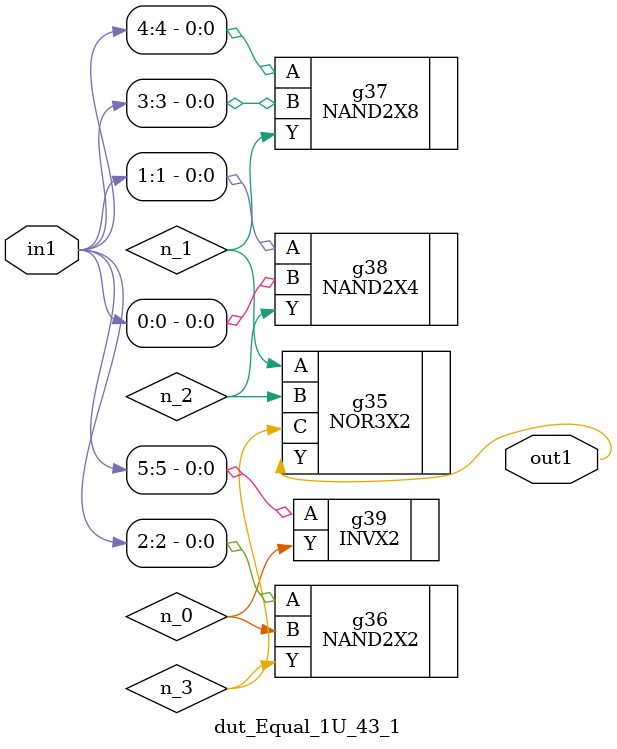
<source format=v>
`timescale 1ps / 1ps


module dut_Equal_1U_43_1(in1, out1);
  input [5:0] in1;
  output out1;
  wire [5:0] in1;
  wire out1;
  wire n_0, n_1, n_2, n_3;
  NOR3X2 g35(.A (n_1), .B (n_2), .C (n_3), .Y (out1));
  NAND2X2 g36(.A (in1[2]), .B (n_0), .Y (n_3));
  NAND2X4 g38(.A (in1[1]), .B (in1[0]), .Y (n_2));
  NAND2X8 g37(.A (in1[4]), .B (in1[3]), .Y (n_1));
  INVX2 g39(.A (in1[5]), .Y (n_0));
endmodule



</source>
